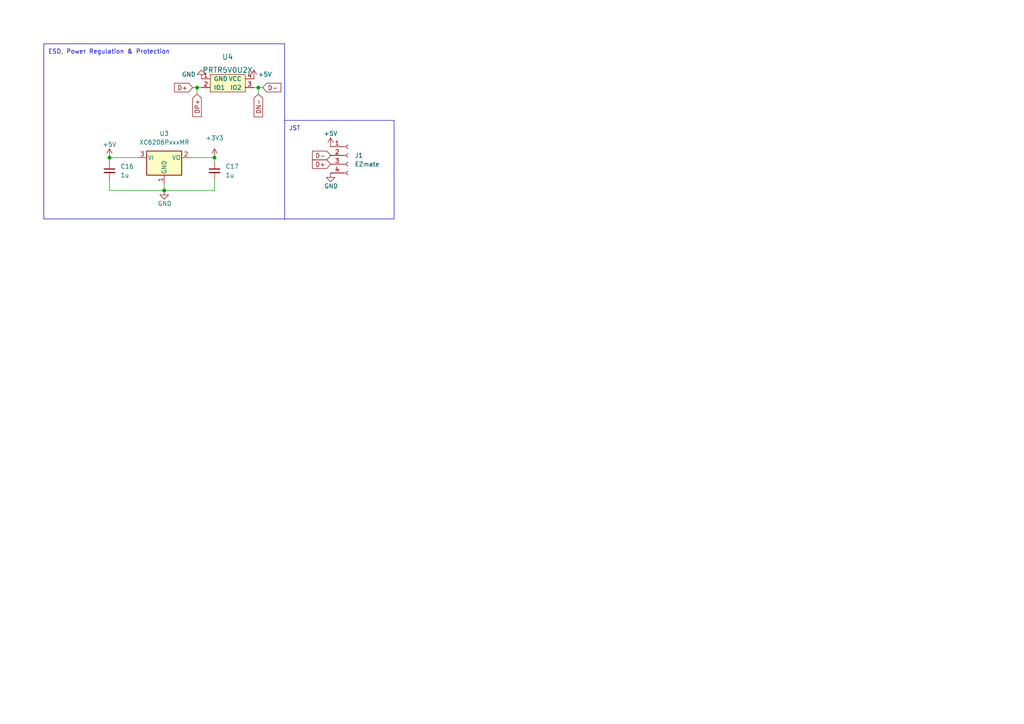
<source format=kicad_sch>
(kicad_sch (version 20230221) (generator eeschema)
  (paper "A4")
  (lib_symbols
    (symbol "Connector:Conn_01x04_Female" (pin_names (offset 1.016) hide)
      (property "Reference" "J" (at 0 5.08 0))
      (property "Value" "Conn_01x04_Female" (at 0 -7.62 0))
      (symbol "Conn_01x04_Female_1_1"
        (arc (start 0 -4.572) (mid -0.5058 -5.08) (end 0 -5.588) (stroke (width 0.1524)))
        (arc (start 0 -2.032) (mid -0.5058 -2.54) (end 0 -3.048) (stroke (width 0.1524)))
        (polyline (pts (xy -1.27 -5.08) (xy -0.508 -5.08)) (stroke (width 0.1524)))
        (polyline (pts (xy -1.27 -2.54) (xy -0.508 -2.54)) (stroke (width 0.1524)))
        (polyline (pts (xy -1.27 0) (xy -0.508 0)) (stroke (width 0.1524)))
        (polyline (pts (xy -1.27 2.54) (xy -0.508 2.54)) (stroke (width 0.1524)))
        (arc (start 0 0.508) (mid -0.5058 0) (end 0 -0.508) (stroke (width 0.1524)))
        (arc (start 0 3.048) (mid -0.5058 2.54) (end 0 2.032) (stroke (width 0.1524)))
        (pin passive line (at -5.08 2.54 0) (length 3.81) (name "Pin_1") (number "1"))
        (pin passive line (at -5.08 0 0) (length 3.81) (name "Pin_2") (number "2"))
        (pin passive line (at -5.08 -2.54 0) (length 3.81) (name "Pin_3") (number "3"))
        (pin passive line (at -5.08 -5.08 0) (length 3.81) (name "Pin_4") (number "4"))
      )
    )
    (symbol "Device:C_Small" (pin_numbers hide) (pin_names (offset 0.254) hide)
      (property "Reference" "C" (at 0.254 1.778 0))
      (property "Value" "C_Small" (at 0.254 -2.032 0))
      (symbol "C_Small_0_1"
        (polyline (pts (xy -1.524 -0.508) (xy 1.524 -0.508)) (stroke (width 0.3302)))
        (polyline (pts (xy -1.524 0.508) (xy 1.524 0.508)) (stroke (width 0.3048)))
      )
      (symbol "C_Small_1_1"
        (pin passive line (at 0 2.54 270) (length 2.032) (name "~") (number "1"))
        (pin passive line (at 0 -2.54 90) (length 2.032) (name "~") (number "2"))
      )
    )
    (symbol "Regulator_Linear:XC6206PxxxMR" (pin_names (offset 0.254))
      (property "Reference" "U" (at -3.81 3.175 0))
      (property "Value" "XC6206PxxxMR" (at 0 3.175 0))
      (symbol "XC6206PxxxMR_0_1"
        (rectangle (start -5.08 1.905) (end 5.08 -5.08) (stroke (width 0.254)) (fill (type background)))
      )
      (symbol "XC6206PxxxMR_1_1"
        (pin power_in line (at 0 -7.62 90) (length 2.54) (name "GND") (number "1"))
        (pin power_out line (at 7.62 0 180) (length 2.54) (name "VO") (number "2"))
        (pin power_in line (at -7.62 0 0) (length 2.54) (name "VI") (number "3"))
      )
    )
    (symbol "cipulot_parts:PRTR5V0U2X" (pin_names (offset 1.016))
      (property "Reference" "U" (at 0 3.81 0))
      (property "Value" "PRTR5V0U2X" (at 0 -3.81 0))
      (symbol "PRTR5V0U2X_0_1"
        (rectangle (start -5.08 2.54) (end 5.08 -2.54) (fill (type background)))
      )
      (symbol "PRTR5V0U2X_1_1"
        (pin input line (at -7.62 1.27 0) (length 2.54) (name "GND") (number "1"))
        (pin input line (at -7.62 -1.27 0) (length 2.54) (name "IO1") (number "2"))
        (pin input line (at 7.62 -1.27 180) (length 2.54) (name "IO2") (number "3"))
        (pin input line (at 7.62 1.27 180) (length 2.54) (name "VCC") (number "4"))
      )
    )
    (symbol "power:+3V3" (power) (pin_names (offset 0))
      (property "Value" "+3V3" (at 0 3.556 0))
      (symbol "+3V3_0_1"
        (polyline (pts (xy -0.762 1.27) (xy 0 2.54)))
        (polyline (pts (xy 0 0) (xy 0 2.54)))
        (polyline (pts (xy 0 2.54) (xy 0.762 1.27)))
      )
      (symbol "+3V3_1_1"
        (pin power_in line (at 0 0 90) (length 0) hide (name "+3V3") (number "1"))
      )
    )
    (symbol "power:+5V" (power) (pin_names (offset 0))
      (property "Value" "+5V" (at 0 3.556 0))
      (symbol "+5V_0_1"
        (polyline (pts (xy -0.762 1.27) (xy 0 2.54)))
        (polyline (pts (xy 0 0) (xy 0 2.54)))
        (polyline (pts (xy 0 2.54) (xy 0.762 1.27)))
      )
      (symbol "+5V_1_1"
        (pin power_in line (at 0 0 90) (length 0) hide (name "+5V") (number "1"))
      )
    )
    (symbol "power:GND" (power) (pin_names (offset 0))
      (property "Value" "GND" (at 0 -3.81 0))
      (symbol "GND_0_1"
        (polyline (pts (xy 0 0) (xy 0 -1.27) (xy 1.27 -1.27) (xy 0 -2.54) (xy -1.27 -1.27) (xy 0 -1.27)))
      )
      (symbol "GND_1_1"
        (pin power_in line (at 0 0 270) (length 0) hide (name "GND") (number "1"))
      )
    )
  )
  (junction (at 74.93 25.4))
  (junction (at 62.23 45.72))
  (junction (at 57.15 25.4))
  (junction (at 31.75 45.72))
  (junction (at 47.625 55.245))
  (wire (pts (xy 31.75 45.72) (xy 31.75 46.99)))
  (polyline (pts (xy 82.55 63.5) (xy 12.7 63.5)))
  (polyline (pts (xy 114.3 34.925) (xy 114.3 63.5)))
  (wire (pts (xy 74.93 25.4) (xy 76.2 25.4)))
  (wire (pts (xy 55.88 25.4) (xy 57.15 25.4)))
  (wire (pts (xy 73.66 25.4) (xy 74.93 25.4)))
  (wire (pts (xy 74.93 25.4) (xy 74.93 27.305)))
  (wire (pts (xy 62.23 45.72) (xy 62.23 46.99)))
  (wire (pts (xy 57.15 25.4) (xy 57.15 27.305)))
  (wire (pts (xy 62.23 55.245) (xy 62.23 52.07)))
  (polyline (pts (xy 114.3 63.5) (xy 82.55 63.5)))
  (wire (pts (xy 55.245 45.72) (xy 62.23 45.72)))
  (wire (pts (xy 47.625 53.34) (xy 47.625 55.245)))
  (wire (pts (xy 47.625 55.245) (xy 62.23 55.245)))
  (polyline (pts (xy 114.3 34.925) (xy 82.55 34.925)))
  (wire (pts (xy 31.75 55.245) (xy 47.625 55.245)))
  (polyline (pts (xy 82.55 12.7) (xy 12.7 12.7)))
  (wire (pts (xy 31.75 45.72) (xy 40.005 45.72)))
  (polyline (pts (xy 12.7 63.5) (xy 12.7 12.7)))
  (polyline (pts (xy 82.55 12.7) (xy 82.55 63.5)))
  (wire (pts (xy 31.75 52.07) (xy 31.75 55.245)))
  (wire (pts (xy 57.15 25.4) (xy 58.42 25.4)))
  (text "JST" (at 83.82 38.1 0) (effects (font (size 1.27 1.27)) (justify left bottom)))
  (text "ESD, Power Regulation & Protection" (at 13.97 15.875 0) (effects (font (size 1.27 1.27)) (justify left bottom)))
  (global_label "D+" (shape input) (at 55.88 25.4 180) (property "Intersheetrefs" "${INTERSHEET_REFS}" (effects hide)))
  (global_label "DN-" (shape input) (at 74.93 27.305 270) (property "Intersheetrefs" "${INTERSHEET_REFS}" (effects hide)))
  (global_label "D-" (shape input) (at 76.2 25.4 0) (property "Intersheetrefs" "${INTERSHEET_REFS}" (effects hide)))
  (global_label "D+" (shape input) (at 95.885 47.625 180) (property "Intersheetrefs" "${INTERSHEET_REFS}" (effects hide)))
  (global_label "D-" (shape input) (at 95.885 45.085 180) (property "Intersheetrefs" "${INTERSHEET_REFS}" (effects hide)))
  (global_label "DP+" (shape input) (at 57.15 27.305 270) (property "Intersheetrefs" "${INTERSHEET_REFS}" (effects hide)))
  (symbol (lib_id "Connector:Conn_01x04_Female") (at 100.965 45.085 0) (unit 1)
    (property "Reference" "J1" (at 102.87 45.0849 0) (effects (justify left)))
    (property "Value" "EZmate" (at 102.87 47.6249 0) (effects (justify left)))
    (property "Footprint" "Connector_Molex:Molex_Pico-EZmate_78171-0004_1x04-1MP_P1.20mm_Vertical" (effects hide))
  )
  (symbol (lib_id "power:GND") (at 95.885 50.165 0) (unit 1)
    (property "Reference" "#PWR0121" (effects hide))
    (property "Value" "GND" (at 93.98 53.975 0) (effects (justify left)))
  )
  (symbol (lib_id "power:GND") (at 47.625 55.245 0) (unit 1)
    (property "Reference" "#PWR0128" (effects hide))
    (property "Value" "GND" (at 45.72 59.055 0) (effects (justify left)))
  )
  (symbol (lib_id "Device:C_Small") (at 62.23 49.53 0) (unit 1)
    (property "Reference" "C17" (at 65.405 48.2662 0) (effects (justify left)))
    (property "Value" "1u" (at 65.405 50.8062 0) (effects (justify left)))
    (property "Footprint" "Capacitor_SMD:C_0402_1005Metric" (effects hide))
  )
  (symbol (lib_id "cipulot_parts:PRTR5V0U2X") (at 66.04 24.13 0) (unit 1)
    (property "Reference" "U4" (at 66.04 16.51 0) (effects (font (size 1.524 1.524))))
    (property "Value" "PRTR5V0U2X" (at 66.04 20.32 0) (effects (font (size 1.524 1.524))))
    (property "Footprint" "random-keyboard-parts:SOT143B" (effects hide))
  )
  (symbol (lib_id "power:+5V") (at 31.75 45.72 0) (unit 1)
    (property "Reference" "#PWR0124" (effects hide))
    (property "Value" "+5V" (at 31.75 41.91 0))
  )
  (symbol (lib_id "power:+5V") (at 73.66 22.86 0) (unit 1)
    (property "Reference" "#PWR0120" (effects hide))
    (property "Value" "+5V" (at 76.835 21.59 0))
  )
  (symbol (lib_id "Device:C_Small") (at 31.75 49.53 0) (unit 1)
    (property "Reference" "C16" (at 34.925 48.2662 0) (effects (justify left)))
    (property "Value" "1u" (at 34.925 50.8062 0) (effects (justify left)))
    (property "Footprint" "Capacitor_SMD:C_0402_1005Metric" (effects hide))
  )
  (symbol (lib_id "Regulator_Linear:XC6206PxxxMR") (at 47.625 45.72 0) (unit 1)
    (property "Reference" "U3" (at 47.625 38.735 0))
    (property "Value" "XC6206PxxxMR" (at 47.625 41.275 0))
    (property "Footprint" "Package_TO_SOT_SMD:SOT-23" (effects hide))
    (property "Datasheet" "https://www.torexsemi.com/file/xc6206/XC6206.pdf" (effects hide))
  )
  (symbol (lib_id "power:+3V3") (at 62.23 45.72 0) (unit 1)
    (property "Reference" "#PWR0118" (effects hide))
    (property "Value" "+3V3" (at 62.23 40.005 0))
  )
  (symbol (lib_id "power:GND") (at 58.42 22.86 180) (unit 1)
    (property "Reference" "#PWR0125" (effects hide))
    (property "Value" "GND" (at 52.705 21.59 0) (effects (justify right)))
  )
  (symbol (lib_id "power:+5V") (at 95.885 42.545 0) (unit 1)
    (property "Reference" "#PWR0119" (effects hide))
    (property "Value" "+5V" (at 95.885 38.735 0))
  )
)
</source>
